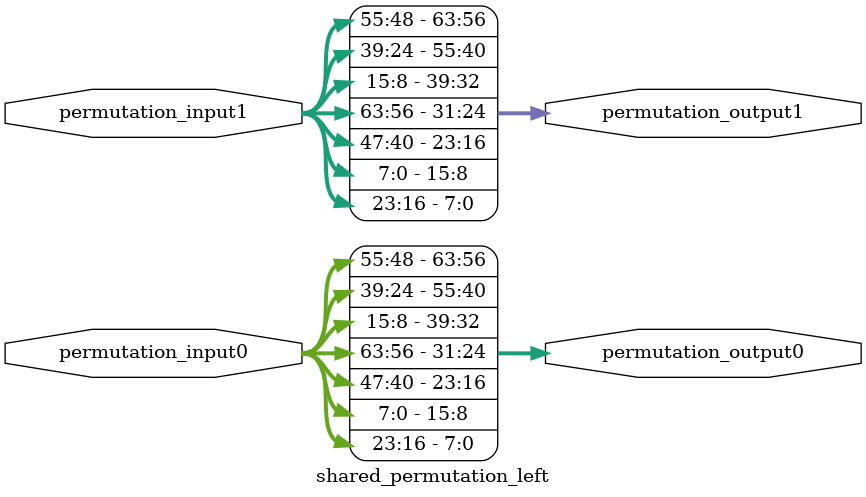
<source format=v>
`timescale 1ns / 1ps
module shared_permutation_left(
	input [63:0] permutation_input0,
	input [63:0] permutation_input1,
	
    output [63:0] permutation_output0,
    output [63:0] permutation_output1
    );
	
	assign permutation_output0 = {permutation_input0[55:48],
								  permutation_input0[39:32],
								  permutation_input0[31:24],
								  permutation_input0[15:08],
								  permutation_input0[63:56],
								  permutation_input0[47:40],
								  permutation_input0[07:00],
								  permutation_input0[23:16]
    };
	
	assign permutation_output1 = {permutation_input1[55:48],
                                  permutation_input1[39:32],
                                  permutation_input1[31:24],
                                  permutation_input1[15:08],
                                  permutation_input1[63:56],
                                  permutation_input1[47:40],
                                  permutation_input1[07:00],
                                  permutation_input1[23:16]
    };
	
endmodule

</source>
